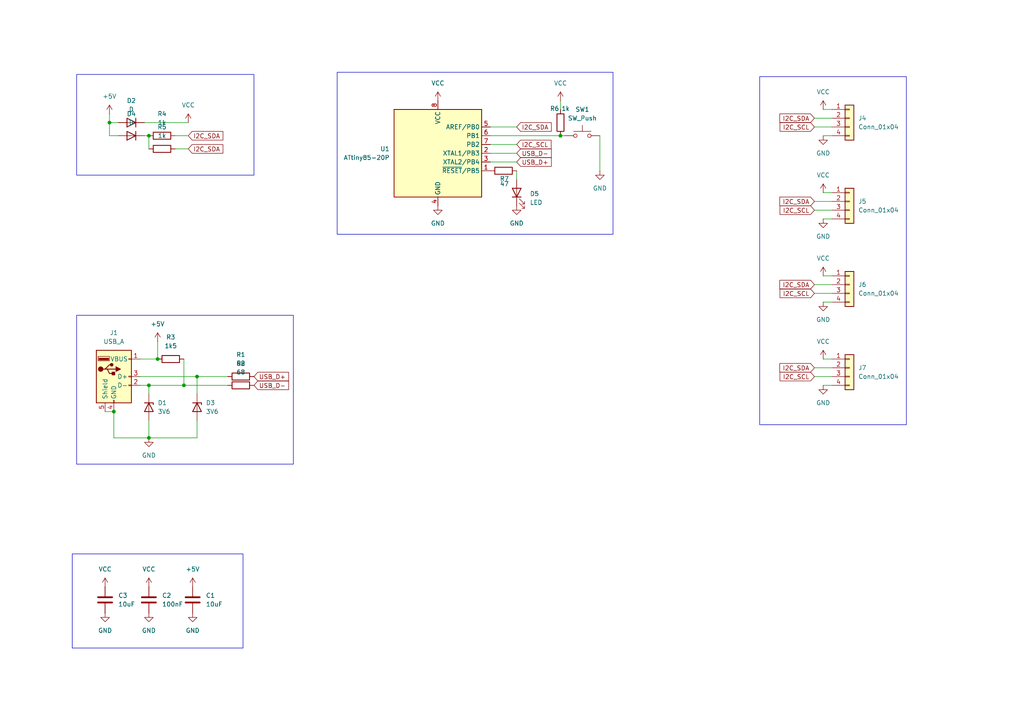
<source format=kicad_sch>
(kicad_sch (version 20250114) (generator "eeschema") (generator_version "9.0")
  (paper "A4")
  (lib_symbols
    (symbol "Connector:USB_A" (pin_names (offset 1.016))
      (property "Reference" "J" (at -5.08 11.43 0))
      (property "Value" "USB_A" (at -5.08 8.89 0))
      (symbol "USB_A_0_1"
        (rectangle (start -5.08 -7.62) (end 5.08 7.62) (stroke (width 0.254)) (fill (type background)))
        (circle (center -3.81 2.159) (radius 0.635) (stroke (width 0.254)) (fill (type outline)))
        (polyline (pts (xy -3.175 2.159) (xy -2.54 2.159) (xy -1.27 3.429) (xy -0.635 3.429)) (stroke (width 0.254)))
        (polyline (pts (xy -2.54 2.159) (xy -1.905 2.159) (xy -1.27 0.889) (xy 0 0.889)) (stroke (width 0.254)))
        (rectangle (start -1.524 4.826) (end -4.318 5.334) (fill (type outline)))
        (rectangle (start -1.27 4.572) (end -4.572 5.842))
        (circle (center -0.635 3.429) (radius 0.381) (stroke (width 0.254)) (fill (type outline)))
        (rectangle (start -0.127 -7.62) (end 0.127 -6.858))
        (rectangle (start 0.254 1.27) (end -0.508 0.508) (stroke (width 0.254)) (fill (type outline)))
        (polyline (pts (xy 0.635 2.794) (xy 0.635 1.524) (xy 1.905 2.159) (xy 0.635 2.794)) (stroke (width 0.254)) (fill (type outline)))
        (rectangle (start 5.08 4.953) (end 4.318 5.207))
        (rectangle (start 5.08 -0.127) (end 4.318 0.127))
        (rectangle (start 5.08 -2.667) (end 4.318 -2.413))
      )
      (symbol "USB_A_1_1"
        (polyline (pts (xy -1.905 2.159) (xy 0.635 2.159)) (stroke (width 0.254)))
        (pin passive line (at -2.54 -10.16 90) (length 2.54) (name "Shield") (number "5"))
        (pin power_in line (at 0 -10.16 90) (length 2.54) (name "GND") (number "4"))
        (pin power_in line (at 7.62 5.08 180) (length 2.54) (name "VBUS") (number "1"))
        (pin bidirectional line (at 7.62 0 180) (length 2.54) (name "D+") (number "3"))
        (pin bidirectional line (at 7.62 -2.54 180) (length 2.54) (name "D-") (number "2"))
      )
    )
    (symbol "Connector_Generic:Conn_01x04" (pin_names (offset 1.016) (hide yes))
      (property "Reference" "J" (at 0 5.08 0))
      (property "Value" "Conn_01x04" (at 0 -7.62 0))
      (symbol "Conn_01x04_1_1"
        (rectangle (start -1.27 3.81) (end 1.27 -6.35) (stroke (width 0.254)) (fill (type background)))
        (rectangle (start -1.27 2.667) (end 0 2.413) (stroke (width 0.1524)))
        (rectangle (start -1.27 0.127) (end 0 -0.127) (stroke (width 0.1524)))
        (rectangle (start -1.27 -2.413) (end 0 -2.667) (stroke (width 0.1524)))
        (rectangle (start -1.27 -4.953) (end 0 -5.207) (stroke (width 0.1524)))
        (pin passive line (at -5.08 2.54 0) (length 3.81) (name "Pin_1") (number "1"))
        (pin passive line (at -5.08 0 0) (length 3.81) (name "Pin_2") (number "2"))
        (pin passive line (at -5.08 -2.54 0) (length 3.81) (name "Pin_3") (number "3"))
        (pin passive line (at -5.08 -5.08 0) (length 3.81) (name "Pin_4") (number "4"))
      )
    )
    (symbol "Device:C" (pin_numbers (hide yes)) (pin_names (offset 0.254))
      (property "Reference" "C" (at 0.635 2.54 0))
      (property "Value" "C" (at 0.635 -2.54 0))
      (symbol "C_0_1"
        (polyline (pts (xy -2.032 0.762) (xy 2.032 0.762)) (stroke (width 0.508)))
        (polyline (pts (xy -2.032 -0.762) (xy 2.032 -0.762)) (stroke (width 0.508)))
      )
      (symbol "C_1_1"
        (pin passive line (at 0 3.81 270) (length 2.794) (name "~") (number "1"))
        (pin passive line (at 0 -3.81 90) (length 2.794) (name "~") (number "2"))
      )
    )
    (symbol "Device:D" (pin_numbers (hide yes)) (pin_names (offset 1.016) (hide yes))
      (property "Reference" "D" (at 0 2.54 0))
      (property "Value" "D" (at 0 -2.54 0))
      (symbol "D_0_1"
        (polyline (pts (xy -1.27 1.27) (xy -1.27 -1.27)) (stroke (width 0.254)))
        (polyline (pts (xy 1.27 1.27) (xy 1.27 -1.27) (xy -1.27 0) (xy 1.27 1.27)) (stroke (width 0.254)))
        (polyline (pts (xy 1.27 0) (xy -1.27 0)))
      )
      (symbol "D_1_1"
        (pin passive line (at -3.81 0 0) (length 2.54) (name "K") (number "1"))
        (pin passive line (at 3.81 0 180) (length 2.54) (name "A") (number "2"))
      )
    )
    (symbol "Device:D_Zener" (pin_numbers (hide yes)) (pin_names (offset 1.016) (hide yes))
      (property "Reference" "D" (at 0 2.54 0))
      (property "Value" "D_Zener" (at 0 -2.54 0))
      (symbol "D_Zener_0_1"
        (polyline (pts (xy -1.27 -1.27) (xy -1.27 1.27) (xy -0.762 1.27)) (stroke (width 0.254)))
        (polyline (pts (xy 1.27 0) (xy -1.27 0)))
        (polyline (pts (xy 1.27 -1.27) (xy 1.27 1.27) (xy -1.27 0) (xy 1.27 -1.27)) (stroke (width 0.254)))
      )
      (symbol "D_Zener_1_1"
        (pin passive line (at -3.81 0 0) (length 2.54) (name "K") (number "1"))
        (pin passive line (at 3.81 0 180) (length 2.54) (name "A") (number "2"))
      )
    )
    (symbol "Device:LED" (pin_numbers (hide yes)) (pin_names (offset 1.016) (hide yes))
      (property "Reference" "D" (at 0 2.54 0))
      (property "Value" "LED" (at 0 -2.54 0))
      (symbol "LED_0_1"
        (polyline (pts (xy -3.048 -0.762) (xy -4.572 -2.286) (xy -3.81 -2.286) (xy -4.572 -2.286) (xy -4.572 -1.524)))
        (polyline (pts (xy -1.778 -0.762) (xy -3.302 -2.286) (xy -2.54 -2.286) (xy -3.302 -2.286) (xy -3.302 -1.524)))
        (polyline (pts (xy -1.27 0) (xy 1.27 0)))
        (polyline (pts (xy -1.27 -1.27) (xy -1.27 1.27)) (stroke (width 0.254)))
        (polyline (pts (xy 1.27 -1.27) (xy 1.27 1.27) (xy -1.27 0) (xy 1.27 -1.27)) (stroke (width 0.254)))
      )
      (symbol "LED_1_1"
        (pin passive line (at -3.81 0 0) (length 2.54) (name "K") (number "1"))
        (pin passive line (at 3.81 0 180) (length 2.54) (name "A") (number "2"))
      )
    )
    (symbol "Device:R" (pin_numbers (hide yes)) (pin_names (offset 0))
      (property "Reference" "R" (at 2.032 0 90))
      (property "Value" "R" (at 0 0 90))
      (symbol "R_0_1"
        (rectangle (start -1.016 -2.54) (end 1.016 2.54) (stroke (width 0.254)))
      )
      (symbol "R_1_1"
        (pin passive line (at 0 3.81 270) (length 1.27) (name "~") (number "1"))
        (pin passive line (at 0 -3.81 90) (length 1.27) (name "~") (number "2"))
      )
    )
    (symbol "MCU_Microchip_ATtiny:ATtiny85-20P"
      (property "Reference" "U" (at -12.7 13.97 0))
      (property "Value" "ATtiny85-20P" (at 2.54 -13.97 0))
      (symbol "ATtiny85-20P_0_1"
        (rectangle (start -12.7 -12.7) (end 12.7 12.7) (stroke (width 0.254)) (fill (type background)))
      )
      (symbol "ATtiny85-20P_1_1"
        (pin power_in line (at 0 15.24 270) (length 2.54) (name "VCC") (number "8"))
        (pin power_in line (at 0 -15.24 90) (length 2.54) (name "GND") (number "4"))
        (pin bidirectional line (at 15.24 7.62 180) (length 2.54) (name "AREF/PB0") (number "5"))
        (pin bidirectional line (at 15.24 5.08 180) (length 2.54) (name "PB1") (number "6"))
        (pin bidirectional line (at 15.24 2.54 180) (length 2.54) (name "PB2") (number "7"))
        (pin bidirectional line (at 15.24 0 180) (length 2.54) (name "XTAL1/PB3") (number "2"))
        (pin bidirectional line (at 15.24 -2.54 180) (length 2.54) (name "XTAL2/PB4") (number "3"))
        (pin bidirectional line (at 15.24 -5.08 180) (length 2.54) (name "~{RESET}/PB5") (number "1"))
      )
    )
    (symbol "Switch:SW_Push" (pin_numbers (hide yes)) (pin_names (offset 1.016) (hide yes))
      (property "Reference" "SW" (at 1.27 2.54 0))
      (property "Value" "SW_Push" (at 0 -1.524 0))
      (symbol "SW_Push_0_1"
        (circle (center -2.032 0) (radius 0.508))
        (polyline (pts (xy 0 1.27) (xy 0 3.048)))
        (circle (center 2.032 0) (radius 0.508))
        (polyline (pts (xy 2.54 1.27) (xy -2.54 1.27)))
        (pin passive line (at -5.08 0 0) (length 2.54) (name "1") (number "1"))
        (pin passive line (at 5.08 0 180) (length 2.54) (name "2") (number "2"))
      )
    )
    (symbol "power:+5V" (power) (pin_numbers (hide yes)) (pin_names (offset 0) (hide yes))
      (property "Value" "+5V" (at 0 3.556 0))
      (symbol "+5V_0_1"
        (polyline (pts (xy -0.762 1.27) (xy 0 2.54)))
        (polyline (pts (xy 0 2.54) (xy 0.762 1.27)))
        (polyline (pts (xy 0 0) (xy 0 2.54)))
      )
      (symbol "+5V_1_1"
        (pin power_in line (at 0 0 90) (length 0) (name "~") (number "1"))
      )
    )
    (symbol "power:GND" (power) (pin_numbers (hide yes)) (pin_names (offset 0) (hide yes))
      (property "Value" "GND" (at 0 -3.81 0))
      (symbol "GND_0_1"
        (polyline (pts (xy 0 0) (xy 0 -1.27) (xy 1.27 -1.27) (xy 0 -2.54) (xy -1.27 -1.27) (xy 0 -1.27)))
      )
      (symbol "GND_1_1"
        (pin power_in line (at 0 0 270) (length 0) (name "~") (number "1"))
      )
    )
    (symbol "power:VCC" (power) (pin_numbers (hide yes)) (pin_names (offset 0) (hide yes))
      (property "Value" "VCC" (at 0 3.556 0))
      (symbol "VCC_0_1"
        (polyline (pts (xy -0.762 1.27) (xy 0 2.54)))
        (polyline (pts (xy 0 2.54) (xy 0.762 1.27)))
        (polyline (pts (xy 0 0) (xy 0 2.54)))
      )
      (symbol "VCC_1_1"
        (pin power_in line (at 0 0 90) (length 0) (name "~") (number "1"))
      )
    )
  )
  (rectangle (start 22.225 91.44) (end 85.09 134.62))
  (rectangle (start 22.225 21.59) (end 73.66 50.8))
  (rectangle (start 220.345 22.225) (end 262.89 123.19))
  (rectangle (start 20.955 160.655) (end 70.485 187.96))
  (rectangle (start 97.79 20.955) (end 177.8 67.945))
  (junction (at 43.18 111.76))
  (junction (at 33.02 119.38))
  (junction (at 53.34 111.76))
  (junction (at 57.15 109.22))
  (junction (at 162.56 39.37))
  (junction (at 45.72 104.14))
  (junction (at 31.75 35.56))
  (junction (at 43.18 127))
  (junction (at 43.18 39.37))
  (wire (pts (xy 142.24 46.99) (xy 149.86 46.99)))
  (wire (pts (xy 238.76 87.63) (xy 241.3 87.63)))
  (wire (pts (xy 163.83 39.37) (xy 162.56 39.37)))
  (wire (pts (xy 50.8 39.37) (xy 54.61 39.37)))
  (wire (pts (xy 43.18 127) (xy 33.02 127)))
  (wire (pts (xy 43.18 43.18) (xy 43.18 39.37)))
  (wire (pts (xy 238.76 111.76) (xy 241.3 111.76)))
  (wire (pts (xy 236.22 58.42) (xy 241.3 58.42)))
  (wire (pts (xy 40.64 109.22) (xy 57.15 109.22)))
  (wire (pts (xy 43.18 111.76) (xy 53.34 111.76)))
  (wire (pts (xy 33.02 127) (xy 33.02 119.38)))
  (wire (pts (xy 162.56 29.21) (xy 162.56 31.75)))
  (wire (pts (xy 142.24 41.91) (xy 149.86 41.91)))
  (wire (pts (xy 57.15 109.22) (xy 66.04 109.22)))
  (wire (pts (xy 142.24 44.45) (xy 149.86 44.45)))
  (wire (pts (xy 238.76 63.5) (xy 241.3 63.5)))
  (wire (pts (xy 45.72 99.06) (xy 45.72 104.14)))
  (wire (pts (xy 236.22 82.55) (xy 241.3 82.55)))
  (wire (pts (xy 43.18 39.37) (xy 41.91 39.37)))
  (wire (pts (xy 238.76 80.01) (xy 241.3 80.01)))
  (wire (pts (xy 43.18 111.76) (xy 43.18 114.3)))
  (wire (pts (xy 50.8 43.18) (xy 54.61 43.18)))
  (wire (pts (xy 238.76 55.88) (xy 241.3 55.88)))
  (wire (pts (xy 53.34 104.14) (xy 53.34 111.76)))
  (wire (pts (xy 40.64 111.76) (xy 43.18 111.76)))
  (wire (pts (xy 236.22 60.96) (xy 241.3 60.96)))
  (wire (pts (xy 57.15 109.22) (xy 57.15 114.3)))
  (wire (pts (xy 238.76 104.14) (xy 241.3 104.14)))
  (wire (pts (xy 142.24 36.83) (xy 149.86 36.83)))
  (wire (pts (xy 31.75 39.37) (xy 31.75 35.56)))
  (wire (pts (xy 57.15 121.92) (xy 57.15 127)))
  (wire (pts (xy 173.99 39.37) (xy 173.99 49.53)))
  (wire (pts (xy 149.86 49.53) (xy 149.86 52.07)))
  (wire (pts (xy 238.76 39.37) (xy 241.3 39.37)))
  (wire (pts (xy 41.91 35.56) (xy 54.61 35.56)))
  (wire (pts (xy 31.75 35.56) (xy 34.29 35.56)))
  (wire (pts (xy 238.76 31.75) (xy 241.3 31.75)))
  (wire (pts (xy 43.18 121.92) (xy 43.18 127)))
  (wire (pts (xy 236.22 36.83) (xy 241.3 36.83)))
  (wire (pts (xy 236.22 109.22) (xy 241.3 109.22)))
  (wire (pts (xy 236.22 106.68) (xy 241.3 106.68)))
  (wire (pts (xy 236.22 85.09) (xy 241.3 85.09)))
  (wire (pts (xy 45.72 104.14) (xy 40.64 104.14)))
  (wire (pts (xy 53.34 111.76) (xy 66.04 111.76)))
  (wire (pts (xy 57.15 127) (xy 43.18 127)))
  (wire (pts (xy 236.22 34.29) (xy 241.3 34.29)))
  (wire (pts (xy 34.29 39.37) (xy 31.75 39.37)))
  (wire (pts (xy 142.24 39.37) (xy 162.56 39.37)))
  (wire (pts (xy 30.48 119.38) (xy 33.02 119.38)))
  (wire (pts (xy 31.75 33.02) (xy 31.75 35.56)))
  (global_label "I2C_SDA" (shape input) (at 236.22 34.29 180) (property "Intersheetrefs" "${INTERSHEET_REFS}" (effects (hide yes))))
  (global_label "I2C_SCL" (shape input) (at 236.22 36.83 180) (property "Intersheetrefs" "${INTERSHEET_REFS}" (effects (hide yes))))
  (global_label "USB_D-" (shape input) (at 73.66 111.76 0) (property "Intersheetrefs" "${INTERSHEET_REFS}" (effects (hide yes))))
  (global_label "I2C_SDA" (shape input) (at 54.61 39.37 0) (property "Intersheetrefs" "${INTERSHEET_REFS}" (effects (hide yes))))
  (global_label "I2C_SCL" (shape input) (at 236.22 60.96 180) (property "Intersheetrefs" "${INTERSHEET_REFS}" (effects (hide yes))))
  (global_label "I2C_SDA" (shape input) (at 236.22 58.42 180) (property "Intersheetrefs" "${INTERSHEET_REFS}" (effects (hide yes))))
  (global_label "USB_D+" (shape input) (at 149.86 46.99 0) (property "Intersheetrefs" "${INTERSHEET_REFS}" (effects (hide yes))))
  (global_label "USB_D+" (shape input) (at 73.66 109.22 0) (property "Intersheetrefs" "${INTERSHEET_REFS}" (effects (hide yes))))
  (global_label "USB_D-" (shape input) (at 149.86 44.45 0) (property "Intersheetrefs" "${INTERSHEET_REFS}" (effects (hide yes))))
  (global_label "I2C_SDA" (shape input) (at 236.22 82.55 180) (property "Intersheetrefs" "${INTERSHEET_REFS}" (effects (hide yes))))
  (global_label "I2C_SCL" (shape input) (at 149.86 41.91 0) (property "Intersheetrefs" "${INTERSHEET_REFS}" (effects (hide yes))))
  (global_label "I2C_SDA" (shape input) (at 236.22 106.68 180) (property "Intersheetrefs" "${INTERSHEET_REFS}" (effects (hide yes))))
  (global_label "I2C_SDA" (shape input) (at 54.61 43.18 0) (property "Intersheetrefs" "${INTERSHEET_REFS}" (effects (hide yes))))
  (global_label "I2C_SCL" (shape input) (at 236.22 85.09 180) (property "Intersheetrefs" "${INTERSHEET_REFS}" (effects (hide yes))))
  (global_label "I2C_SDA" (shape input) (at 149.86 36.83 0) (property "Intersheetrefs" "${INTERSHEET_REFS}" (effects (hide yes))))
  (global_label "I2C_SCL" (shape input) (at 236.22 109.22 180) (property "Intersheetrefs" "${INTERSHEET_REFS}" (effects (hide yes))))
  (symbol (lib_id "Device:R") (at 46.99 39.37 90) (unit 1)
    (property "Reference" "R4" (at 46.99 33.02 90))
    (property "Value" "1k" (at 46.99 35.56 90))
    (property "Description" "Resistor" (effects (hide yes)))
  )
  (symbol (lib_id "Device:R") (at 69.85 111.76 90) (unit 1)
    (property "Reference" "R2" (at 69.85 105.41 90))
    (property "Value" "68" (at 69.85 107.95 90))
    (property "Description" "Resistor" (effects (hide yes)))
  )
  (symbol (lib_id "power:+5V") (at 55.88 170.18 0) (unit 1)
    (property "Reference" "#PWR05" (effects (hide yes)))
    (property "Value" "+5V" (at 55.88 165.1 0))
    (property "Description" "Power symbol creates a global label with name \"+5V\"" (effects (hide yes)))
  )
  (symbol (lib_id "Device:C") (at 55.88 173.99 0) (unit 1)
    (property "Reference" "C1" (at 59.69 172.7199 0) (effects (justify left)))
    (property "Value" "10uF" (at 59.69 175.2599 0) (effects (justify left)))
    (property "Description" "Unpolarized capacitor" (effects (hide yes)))
  )
  (symbol (lib_id "power:VCC") (at 162.56 29.21 0) (unit 1)
    (property "Reference" "#PWR022" (effects (hide yes)))
    (property "Value" "VCC" (at 162.56 24.13 0))
    (property "Description" "Power symbol creates a global label with name \"VCC\"" (effects (hide yes)))
  )
  (symbol (lib_id "MCU_Microchip_ATtiny:ATtiny85-20P") (at 127 44.45 0) (unit 1)
    (property "Reference" "U1" (at 113.03 43.1799 0) (effects (justify right)))
    (property "Value" "ATtiny85-20P" (at 113.03 45.7199 0) (effects (justify right)))
    (property "Footprint" "Package_DIP:DIP-8_W7.62mm" (effects (hide yes)))
    (property "Datasheet" "http://ww1.microchip.com/downloads/en/DeviceDoc/atmel-2586-avr-8-bit-microcontroller-attiny25-attiny45-attiny85_datasheet.pdf" (effects (hide yes)))
    (property "Description" "20MHz, 8kB Flash, 512B SRAM, 512B EEPROM, debugWIRE, DIP-8" (effects (hide yes)))
  )
  (symbol (lib_id "Connector_Generic:Conn_01x04") (at 246.38 106.68 0) (unit 1)
    (property "Reference" "J7" (at 248.92 106.6799 0) (effects (justify left)))
    (property "Value" "Conn_01x04" (at 248.92 109.2199 0) (effects (justify left)))
    (property "Description" "Generic connector, single row, 01x04, script generated (kicad-library-utils/schlib/autogen/connector/)" (effects (hide yes)))
  )
  (symbol (lib_id "power:GND") (at 238.76 111.76 0) (unit 1)
    (property "Reference" "#PWR021" (effects (hide yes)))
    (property "Value" "GND" (at 238.76 116.84 0))
    (property "Description" "Power symbol creates a global label with name \"GND\" , ground" (effects (hide yes)))
  )
  (symbol (lib_id "power:GND") (at 238.76 87.63 0) (unit 1)
    (property "Reference" "#PWR019" (effects (hide yes)))
    (property "Value" "GND" (at 238.76 92.71 0))
    (property "Description" "Power symbol creates a global label with name \"GND\" , ground" (effects (hide yes)))
  )
  (symbol (lib_id "power:+5V") (at 31.75 33.02 0) (unit 1)
    (property "Reference" "#PWR012" (effects (hide yes)))
    (property "Value" "+5V" (at 31.75 27.94 0))
    (property "Description" "Power symbol creates a global label with name \"+5V\"" (effects (hide yes)))
  )
  (symbol (lib_id "Device:C") (at 30.48 173.99 0) (unit 1)
    (property "Reference" "C3" (at 34.29 172.7199 0) (effects (justify left)))
    (property "Value" "10uF" (at 34.29 175.2599 0) (effects (justify left)))
    (property "Description" "Unpolarized capacitor" (effects (hide yes)))
  )
  (symbol (lib_id "power:VCC") (at 238.76 31.75 0) (unit 1)
    (property "Reference" "#PWR014" (effects (hide yes)))
    (property "Value" "VCC" (at 238.76 26.67 0))
    (property "Description" "Power symbol creates a global label with name \"VCC\"" (effects (hide yes)))
  )
  (symbol (lib_id "power:GND") (at 238.76 39.37 0) (unit 1)
    (property "Reference" "#PWR015" (effects (hide yes)))
    (property "Value" "GND" (at 238.76 44.45 0))
    (property "Description" "Power symbol creates a global label with name \"GND\" , ground" (effects (hide yes)))
  )
  (symbol (lib_id "Device:D") (at 38.1 39.37 180) (unit 1)
    (property "Reference" "D4" (at 38.1 33.02 0))
    (property "Value" "D" (at 38.1 35.56 0))
    (property "Description" "Diode" (effects (hide yes)))
    (property "Sim.Device" "D" (effects (hide yes)))
    (property "Sim.Pins" "1=K 2=A" (effects (hide yes)))
  )
  (symbol (lib_id "power:VCC") (at 30.48 170.18 0) (unit 1)
    (property "Reference" "#PWR09" (effects (hide yes)))
    (property "Value" "VCC" (at 30.48 165.1 0))
    (property "Description" "Power symbol creates a global label with name \"VCC\"" (effects (hide yes)))
  )
  (symbol (lib_id "power:GND") (at 43.18 177.8 0) (unit 1)
    (property "Reference" "#PWR08" (effects (hide yes)))
    (property "Value" "GND" (at 43.18 182.88 0))
    (property "Description" "Power symbol creates a global label with name \"GND\" , ground" (effects (hide yes)))
  )
  (symbol (lib_id "Device:R") (at 69.85 109.22 90) (unit 1)
    (property "Reference" "R1" (at 69.85 102.87 90))
    (property "Value" "68" (at 69.85 105.41 90))
    (property "Description" "Resistor" (effects (hide yes)))
  )
  (symbol (lib_id "Connector_Generic:Conn_01x04") (at 246.38 82.55 0) (unit 1)
    (property "Reference" "J6" (at 248.92 82.5499 0) (effects (justify left)))
    (property "Value" "Conn_01x04" (at 248.92 85.0899 0) (effects (justify left)))
    (property "Description" "Generic connector, single row, 01x04, script generated (kicad-library-utils/schlib/autogen/connector/)" (effects (hide yes)))
  )
  (symbol (lib_id "Device:R") (at 46.99 43.18 90) (unit 1)
    (property "Reference" "R5" (at 46.99 36.83 90))
    (property "Value" "1k" (at 46.99 39.37 90))
    (property "Description" "Resistor" (effects (hide yes)))
  )
  (symbol (lib_id "power:GND") (at 30.48 177.8 0) (unit 1)
    (property "Reference" "#PWR010" (effects (hide yes)))
    (property "Value" "GND" (at 30.48 182.88 0))
    (property "Description" "Power symbol creates a global label with name \"GND\" , ground" (effects (hide yes)))
  )
  (symbol (lib_id "Device:R") (at 49.53 104.14 90) (unit 1)
    (property "Reference" "R3" (at 49.53 97.79 90))
    (property "Value" "1k5" (at 49.53 100.33 90))
    (property "Description" "Resistor" (effects (hide yes)))
  )
  (symbol (lib_id "power:VCC") (at 238.76 104.14 0) (unit 1)
    (property "Reference" "#PWR020" (effects (hide yes)))
    (property "Value" "VCC" (at 238.76 99.06 0))
    (property "Description" "Power symbol creates a global label with name \"VCC\"" (effects (hide yes)))
  )
  (symbol (lib_id "Device:R") (at 162.56 35.56 180) (unit 1)
    (property "Reference" "R6" (at 159.512 31.496 0) (effects (justify right)))
    (property "Value" "1k" (at 162.814 31.496 0) (effects (justify right)))
    (property "Description" "Resistor" (effects (hide yes)))
  )
  (symbol (lib_id "power:VCC") (at 43.18 170.18 0) (unit 1)
    (property "Reference" "#PWR07" (effects (hide yes)))
    (property "Value" "VCC" (at 43.18 165.1 0))
    (property "Description" "Power symbol creates a global label with name \"VCC\"" (effects (hide yes)))
  )
  (symbol (lib_id "power:GND") (at 149.86 59.69 0) (unit 1)
    (property "Reference" "#PWR023" (effects (hide yes)))
    (property "Value" "GND" (at 149.86 64.77 0))
    (property "Description" "Power symbol creates a global label with name \"GND\" , ground" (effects (hide yes)))
  )
  (symbol (lib_id "power:VCC") (at 238.76 55.88 0) (unit 1)
    (property "Reference" "#PWR016" (effects (hide yes)))
    (property "Value" "VCC" (at 238.76 50.8 0))
    (property "Description" "Power symbol creates a global label with name \"VCC\"" (effects (hide yes)))
  )
  (symbol (lib_id "Connector:USB_A") (at 33.02 109.22 0) (unit 1)
    (property "Reference" "J1" (at 33.02 96.52 0))
    (property "Value" "USB_A" (at 33.02 99.06 0))
    (property "Description" "USB Type A connector" (effects (hide yes)))
  )
  (symbol (lib_id "power:+5V") (at 45.72 99.06 0) (unit 1)
    (property "Reference" "#PWR03" (effects (hide yes)))
    (property "Value" "+5V" (at 45.72 93.98 0))
    (property "Description" "Power symbol creates a global label with name \"+5V\"" (effects (hide yes)))
  )
  (symbol (lib_id "Device:LED") (at 149.86 55.88 90) (unit 1)
    (property "Reference" "D5" (at 153.67 56.1974 90) (effects (justify right)))
    (property "Value" "LED" (at 153.67 58.7374 90) (effects (justify right)))
    (property "Description" "Light emitting diode" (effects (hide yes)))
    (property "Sim.Pins" "1=K 2=A" (effects (hide yes)))
  )
  (symbol (lib_id "Device:C") (at 43.18 173.99 0) (unit 1)
    (property "Reference" "C2" (at 46.99 172.7199 0) (effects (justify left)))
    (property "Value" "100nF" (at 46.99 175.2599 0) (effects (justify left)))
    (property "Description" "Unpolarized capacitor" (effects (hide yes)))
  )
  (symbol (lib_id "Device:R") (at 146.05 49.53 90) (unit 1)
    (property "Reference" "R7" (at 146.304 51.816 90))
    (property "Value" "47" (at 146.304 53.34 90))
    (property "Description" "Resistor" (effects (hide yes)))
  )
  (symbol (lib_id "power:GND") (at 238.76 63.5 0) (unit 1)
    (property "Reference" "#PWR017" (effects (hide yes)))
    (property "Value" "GND" (at 238.76 68.58 0))
    (property "Description" "Power symbol creates a global label with name \"GND\" , ground" (effects (hide yes)))
  )
  (symbol (lib_id "Device:D") (at 38.1 35.56 180) (unit 1)
    (property "Reference" "D2" (at 38.1 29.21 0))
    (property "Value" "D" (at 38.1 31.75 0))
    (property "Description" "Diode" (effects (hide yes)))
    (property "Sim.Device" "D" (effects (hide yes)))
    (property "Sim.Pins" "1=K 2=A" (effects (hide yes)))
  )
  (symbol (lib_id "power:GND") (at 55.88 177.8 0) (unit 1)
    (property "Reference" "#PWR06" (effects (hide yes)))
    (property "Value" "GND" (at 55.88 182.88 0))
    (property "Description" "Power symbol creates a global label with name \"GND\" , ground" (effects (hide yes)))
  )
  (symbol (lib_id "power:GND") (at 173.99 49.53 0) (unit 1)
    (property "Reference" "#PWR011" (effects (hide yes)))
    (property "Value" "GND" (at 173.99 54.61 0))
    (property "Description" "Power symbol creates a global label with name \"GND\" , ground" (effects (hide yes)))
  )
  (symbol (lib_id "power:GND") (at 43.18 127 0) (unit 1)
    (property "Reference" "#PWR01" (effects (hide yes)))
    (property "Value" "GND" (at 43.18 132.08 0))
    (property "Description" "Power symbol creates a global label with name \"GND\" , ground" (effects (hide yes)))
  )
  (symbol (lib_id "Device:D_Zener") (at 43.18 118.11 270) (unit 1)
    (property "Reference" "D1" (at 45.72 116.8399 90) (effects (justify left)))
    (property "Value" "3V6" (at 45.72 119.3799 90) (effects (justify left)))
    (property "Description" "Zener diode" (effects (hide yes)))
  )
  (symbol (lib_id "power:VCC") (at 238.76 80.01 0) (unit 1)
    (property "Reference" "#PWR018" (effects (hide yes)))
    (property "Value" "VCC" (at 238.76 74.93 0))
    (property "Description" "Power symbol creates a global label with name \"VCC\"" (effects (hide yes)))
  )
  (symbol (lib_id "power:GND") (at 127 59.69 0) (unit 1)
    (property "Reference" "#PWR04" (effects (hide yes)))
    (property "Value" "GND" (at 127 64.77 0))
    (property "Description" "Power symbol creates a global label with name \"GND\" , ground" (effects (hide yes)))
  )
  (symbol (lib_id "power:VCC") (at 127 29.21 0) (unit 1)
    (property "Reference" "#PWR013" (effects (hide yes)))
    (property "Value" "VCC" (at 127 24.13 0))
    (property "Description" "Power symbol creates a global label with name \"VCC\"" (effects (hide yes)))
  )
  (symbol (lib_id "Connector_Generic:Conn_01x04") (at 246.38 34.29 0) (unit 1)
    (property "Reference" "J4" (at 248.92 34.2899 0) (effects (justify left)))
    (property "Value" "Conn_01x04" (at 248.92 36.8299 0) (effects (justify left)))
    (property "Description" "Generic connector, single row, 01x04, script generated (kicad-library-utils/schlib/autogen/connector/)" (effects (hide yes)))
  )
  (symbol (lib_id "power:VCC") (at 54.61 35.56 0) (unit 1)
    (property "Reference" "#PWR02" (effects (hide yes)))
    (property "Value" "VCC" (at 54.61 30.48 0))
    (property "Description" "Power symbol creates a global label with name \"VCC\"" (effects (hide yes)))
  )
  (symbol (lib_id "Connector_Generic:Conn_01x04") (at 246.38 58.42 0) (unit 1)
    (property "Reference" "J5" (at 248.92 58.4199 0) (effects (justify left)))
    (property "Value" "Conn_01x04" (at 248.92 60.9599 0) (effects (justify left)))
    (property "Description" "Generic connector, single row, 01x04, script generated (kicad-library-utils/schlib/autogen/connector/)" (effects (hide yes)))
  )
  (symbol (lib_id "Device:D_Zener") (at 57.15 118.11 270) (unit 1)
    (property "Reference" "D3" (at 59.69 116.8399 90) (effects (justify left)))
    (property "Value" "3V6" (at 59.69 119.3799 90) (effects (justify left)))
    (property "Description" "Zener diode" (effects (hide yes)))
  )
  (symbol (lib_id "Switch:SW_Push") (at 168.91 39.37 0) (unit 1)
    (property "Reference" "SW1" (at 168.91 31.75 0))
    (property "Value" "SW_Push" (at 168.91 34.29 0))
    (property "Description" "Push button switch, generic, two pins" (effects (hide yes)))
  )
)
</source>
